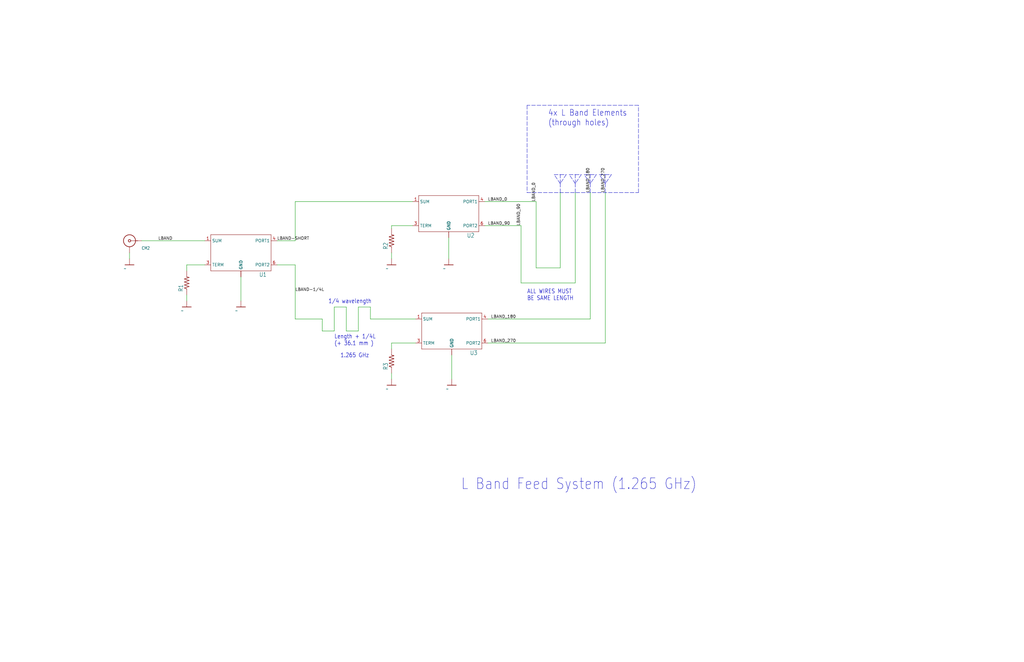
<source format=kicad_sch>
(kicad_sch (version 20211123) (generator eeschema)
  (paper "USLedger")
  (title_block (title "+Z End Card w/ Turnstile") (rev "1.0"))
  (lib_symbols
    (symbol "OreSat-j-molex-smpm-73300-003x:J-MOLEX-SMPM-73300-003X"
      (property "Reference" "CM1" (at -3.81 -5.08 0))
      (property "Value" "J-MOLEX-SMPM-73300-003X" (at -19.05 3.81 0))
      (symbol "J-MOLEX-SMPM-73300-003X_1_0"
        (polyline (pts (xy 0.508 0) (xy 3.556 0)) (stroke (width 0.1524)))
        (circle (center 0 0) (radius 0.508) (stroke (width 0.254)))
        (circle (center 0 0) (radius 2.54) (stroke (width 0.254)))
        (pin passive line (at 0 -5.08 90) (length 2.54) (name "SHIELD3") (number "GND"))
        (pin passive line (at 5.08 0 180) (length 2.54) (name "CENTER") (number "RF"))
      )
    )
    (symbol "plusz-end-card-with-turnstile-eagle-import:GND" (power)
      (property "Value" "GND" (at -2.54 -2.54 0))
      (symbol "GND_1_0"
        (polyline (pts (xy -1.905 0) (xy 1.905 0)) (stroke (width 0.254)))
        (pin power_in line (at 0 2.54 270) (length 2.54) (name "GND") (number "1"))
      )
    )
    (symbol "plusz-end-card-with-turnstile-eagle-import:QCN-XXX+"
      (property "Reference" "U" (at 7.62 -10.16 0))
      (property "Value" "QCN-XXX+" (at 7.62 -12.7 0))
      (symbol "QCN-XXX+_1_0"
        (polyline (pts (xy -12.7 -7.62) (xy 12.7 -7.62)) (stroke (width 0.1524)))
        (polyline (pts (xy -12.7 7.62) (xy -12.7 -7.62)) (stroke (width 0.1524)))
        (polyline (pts (xy 12.7 -7.62) (xy 12.7 7.62)) (stroke (width 0.1524)))
        (polyline (pts (xy 12.7 7.62) (xy -12.7 7.62)) (stroke (width 0.1524)))
        (pin bidirectional line (at -15.24 5.08 0) (length 2.54) (name "SUM") (number "1"))
        (pin power_in line (at 0 -10.16 90) (length 2.54) (name "GND") (number "2"))
        (pin bidirectional line (at -15.24 -5.08 0) (length 2.54) (name "TERM") (number "3"))
        (pin bidirectional line (at 15.24 5.08 180) (length 2.54) (name "PORT1") (number "4"))
        (pin power_in line (at 0 -10.16 90) (length 2.54) (name "GND") (number "5"))
        (pin bidirectional line (at 15.24 -5.08 180) (length 2.54) (name "PORT2") (number "6"))
      )
    )
    (symbol "plusz-end-card-with-turnstile-eagle-import:R-US_0603-C-NOSILK"
      (property "Reference" "R" (at -3.81 1.4986 0))
      (property "Value" "R-US_0603-C-NOSILK" (at -3.81 -3.302 0))
      (symbol "R-US_0603-C-NOSILK_1_0"
        (polyline (pts (xy -2.54 0) (xy -2.159 1.016)) (stroke (width 0.2032)))
        (polyline (pts (xy -2.159 1.016) (xy -1.524 -1.016)) (stroke (width 0.2032)))
        (polyline (pts (xy -1.524 -1.016) (xy -0.889 1.016)) (stroke (width 0.2032)))
        (polyline (pts (xy -0.889 1.016) (xy -0.254 -1.016)) (stroke (width 0.2032)))
        (polyline (pts (xy -0.254 -1.016) (xy 0.381 1.016)) (stroke (width 0.2032)))
        (polyline (pts (xy 0.381 1.016) (xy 1.016 -1.016)) (stroke (width 0.2032)))
        (polyline (pts (xy 1.016 -1.016) (xy 1.651 1.016)) (stroke (width 0.2032)))
        (polyline (pts (xy 1.651 1.016) (xy 2.286 -1.016)) (stroke (width 0.2032)))
        (polyline (pts (xy 2.286 -1.016) (xy 2.54 0)) (stroke (width 0.2032)))
        (pin passive line (at -5.08 0 0) (length 2.54) (name "1") (number "1"))
        (pin passive line (at 5.08 0 180) (length 2.54) (name "2") (number "2"))
      )
    )
  )
  (wire (pts (xy 101.6 116.84) (xy 101.6 127)))
  (wire (pts (xy 116.84 111.76) (xy 124.46 111.76)))
  (wire (pts (xy 54.61 109.22) (xy 54.61 106.68)))
  (wire (pts (xy 146.05 139.7) (xy 146.05 129.54)))
  (wire (pts (xy 219.71 119.38) (xy 242.57 119.38)))
  (polyline (pts (xy 242.57 73.66) (xy 245.11 73.66)))
  (wire (pts (xy 124.46 101.6) (xy 124.46 85.09)))
  (wire (pts (xy 140.97 139.7) (xy 135.89 139.7)))
  (polyline (pts (xy 242.57 77.47) (xy 240.03 73.66)))
  (wire (pts (xy 236.22 113.03) (xy 236.22 81.28)))
  (polyline (pts (xy 242.57 81.28) (xy 242.57 77.47)))
  (polyline (pts (xy 255.27 81.28) (xy 255.27 77.47)))
  (wire (pts (xy 255.27 144.78) (xy 255.27 81.28)))
  (polyline (pts (xy 269.24 44.45) (xy 222.25 44.45)))
  (wire (pts (xy 124.46 134.62) (xy 124.46 111.76)))
  (wire (pts (xy 204.47 85.09) (xy 226.06 85.09)))
  (wire (pts (xy 135.89 139.7) (xy 135.89 134.62)))
  (polyline (pts (xy 248.92 77.47) (xy 248.92 73.66)))
  (polyline (pts (xy 240.03 73.66) (xy 242.57 73.66)))
  (wire (pts (xy 165.1 106.68) (xy 165.1 109.22)))
  (polyline (pts (xy 248.92 77.47) (xy 246.38 73.66)))
  (wire (pts (xy 242.57 119.38) (xy 242.57 81.28)))
  (wire (pts (xy 205.74 134.62) (xy 248.92 134.62)))
  (polyline (pts (xy 222.25 81.28) (xy 269.24 81.28)))
  (wire (pts (xy 78.74 111.76) (xy 78.74 114.3)))
  (polyline (pts (xy 269.24 81.28) (xy 269.24 44.45)))
  (polyline (pts (xy 236.22 77.47) (xy 236.22 73.66)))
  (polyline (pts (xy 252.73 73.66) (xy 255.27 73.66)))
  (polyline (pts (xy 236.22 81.28) (xy 236.22 77.47)))
  (wire (pts (xy 226.06 85.09) (xy 226.06 113.03)))
  (wire (pts (xy 156.21 129.54) (xy 151.13 129.54)))
  (wire (pts (xy 248.92 134.62) (xy 248.92 81.28)))
  (wire (pts (xy 135.89 134.62) (xy 124.46 134.62)))
  (wire (pts (xy 86.36 111.76) (xy 78.74 111.76)))
  (wire (pts (xy 165.1 144.78) (xy 165.1 147.32)))
  (polyline (pts (xy 248.92 81.28) (xy 248.92 77.47)))
  (polyline (pts (xy 255.27 77.47) (xy 255.27 73.66)))
  (wire (pts (xy 190.5 149.86) (xy 190.5 160.02)))
  (wire (pts (xy 219.71 95.25) (xy 219.71 119.38)))
  (wire (pts (xy 156.21 134.62) (xy 156.21 129.54)))
  (polyline (pts (xy 257.81 73.66) (xy 255.27 77.47)))
  (polyline (pts (xy 233.68 73.66) (xy 236.22 73.66)))
  (polyline (pts (xy 222.25 44.45) (xy 222.25 81.28)))
  (polyline (pts (xy 251.46 73.66) (xy 248.92 77.47)))
  (wire (pts (xy 204.47 95.25) (xy 219.71 95.25)))
  (wire (pts (xy 151.13 129.54) (xy 151.13 139.7)))
  (polyline (pts (xy 248.92 73.66) (xy 251.46 73.66)))
  (polyline (pts (xy 236.22 73.66) (xy 238.76 73.66)))
  (wire (pts (xy 140.97 129.54) (xy 140.97 139.7)))
  (polyline (pts (xy 255.27 77.47) (xy 252.73 73.66)))
  (polyline (pts (xy 246.38 73.66) (xy 248.92 73.66)))
  (wire (pts (xy 151.13 139.7) (xy 146.05 139.7)))
  (wire (pts (xy 124.46 85.09) (xy 173.99 85.09)))
  (polyline (pts (xy 236.22 77.47) (xy 233.68 73.66)))
  (polyline (pts (xy 242.57 77.47) (xy 242.57 73.66)))
  (wire (pts (xy 156.21 134.62) (xy 175.26 134.62)))
  (wire (pts (xy 59.69 101.6) (xy 86.36 101.6)))
  (wire (pts (xy 165.1 157.48) (xy 165.1 160.02)))
  (wire (pts (xy 189.23 109.22) (xy 189.23 100.33)))
  (wire (pts (xy 165.1 95.25) (xy 165.1 96.52)))
  (wire (pts (xy 226.06 113.03) (xy 236.22 113.03)))
  (polyline (pts (xy 245.11 73.66) (xy 242.57 77.47)))
  (polyline (pts (xy 238.76 73.66) (xy 236.22 77.47)))
  (wire (pts (xy 78.74 124.46) (xy 78.74 127)))
  (wire (pts (xy 146.05 129.54) (xy 140.97 129.54)))
  (wire (pts (xy 116.84 101.6) (xy 124.46 101.6)))
  (wire (pts (xy 175.26 144.78) (xy 165.1 144.78)))
  (wire (pts (xy 205.74 144.78) (xy 255.27 144.78)))
  (wire (pts (xy 165.1 95.25) (xy 173.99 95.25)))
  (polyline (pts (xy 255.27 73.66) (xy 257.81 73.66)))
  (text "ALL WIRES MUST\nBE SAME LENGTH" (at 222.25 127 180) (effects (font (size 1.778 1.5113)) (justify left bottom)))
  (text "L Band Feed System (1.265 GHz)" (at 194.31 207.01 180) (effects (font (size 4.572 3.8862)) (justify left bottom)))
  (text "4x L Band Elements\n(through holes)" (at 231.14 53.34 180) (effects (font (size 2.54 2.159)) (justify left bottom)))
  (text "1.265 GHz" (at 143.51 151.13 180) (effects (font (size 1.778 1.5113)) (justify left bottom)))
  (text "Length + 1/4L\n(+ 36.1 mm )" (at 140.97 146.05 180) (effects (font (size 1.778 1.5113)) (justify left bottom)))
  (text "1/4 wavelength" (at 138.43 128.27 180) (effects (font (size 1.778 1.5113)) (justify left bottom)))
  (label "LBAND_270" (at 255.27 81.28 90) (effects (font (size 1.2446 1.2446))))
  (label "LBAND_180" (at 207.01 134.62 0) (effects (font (size 1.2446 1.2446))))
  (label "LBAND_180" (at 248.92 81.28 90) (effects (font (size 1.2446 1.2446))))
  (label "LBAND_270" (at 207.01 144.78 0) (effects (font (size 1.2446 1.2446))))
  (label "LBAND-SHORT" (at 116.84 101.6 0) (effects (font (size 1.2446 1.2446))))
  (label "LBAND_90" (at 219.71 95.25 90) (effects (font (size 1.2446 1.2446))))
  (label "LBAND_90" (at 205.74 95.25 0) (effects (font (size 1.2446 1.2446))))
  (label "LBAND-1/4L" (at 124.46 123.19 0) (effects (font (size 1.2446 1.2446))))
  (label "LBAND" (at 66.675 101.6 0) (effects (font (size 1.2446 1.2446))))
  (label "LBAND_0" (at 205.74 85.09 0) (effects (font (size 1.2446 1.2446))))
  (label "LBAND_0" (at 226.06 85.09 90) (effects (font (size 1.2446 1.2446))))
  (symbol (lib_id "plusz-end-card-with-turnstile-eagle-import:R-US_0603-C-NOSILK") (at 78.74 119.38 90) (unit 1)
    (property "Reference" "R1" (at 77.2414 123.19 0) (effects (font (size 1.778 1.5113)) (justify left bottom)))
  )
  (symbol (lib_id "plusz-end-card-with-turnstile-eagle-import:QCN-XXX+") (at 101.6 106.68 0) (unit 1)
    (property "Reference" "U1" (at 109.22 116.84 0) (effects (font (size 1.778 1.5113)) (justify left bottom)))
  )
  (symbol (lib_id "plusz-end-card-with-turnstile-eagle-import:R-US_0603-C-NOSILK") (at 165.1 152.4 90) (unit 1)
    (property "Reference" "R3" (at 163.6014 156.21 0) (effects (font (size 1.778 1.5113)) (justify left bottom)))
  )
  (symbol (lib_id "plusz-end-card-with-turnstile-eagle-import:GND") (at 165.1 111.76 0) (unit 1)
    (property "Reference" "#GND5" (effects hide))
  )
  (symbol (lib_id "plusz-end-card-with-turnstile-eagle-import:GND") (at 165.1 162.56 0) (unit 1)
    (property "Reference" "#GND6" (effects hide))
  )
  (symbol (lib_id "plusz-end-card-with-turnstile-eagle-import:R-US_0603-C-NOSILK") (at 165.1 101.6 90) (unit 1)
    (property "Reference" "R2" (at 163.6014 105.41 0) (effects (font (size 1.778 1.5113)) (justify left bottom)))
  )
  (symbol (lib_id "plusz-end-card-with-turnstile-eagle-import:QCN-XXX+") (at 189.23 90.17 0) (unit 1)
    (property "Reference" "U2" (at 196.85 100.33 0) (effects (font (size 1.778 1.5113)) (justify left bottom)))
  )
  (symbol (lib_id "plusz-end-card-with-turnstile-eagle-import:GND") (at 101.6 129.54 0) (unit 1)
    (property "Reference" "#GND1" (effects hide))
  )
  (symbol (lib_id "plusz-end-card-with-turnstile-eagle-import:GND") (at 190.5 162.56 0) (unit 1)
    (property "Reference" "#GND3" (effects hide))
  )
  (symbol (lib_id "OreSat-j-molex-smpm-73300-003x:J-MOLEX-SMPM-73300-003X") (at 54.61 101.6 0) (unit 1)
    (property "Reference" "CM2" (at 59.69 105.41 0) (effects (font (size 1.27 1.0795)) (justify left bottom)))
  )
  (symbol (lib_id "plusz-end-card-with-turnstile-eagle-import:GND") (at 78.74 129.54 0) (unit 1)
    (property "Reference" "#GND4" (effects hide))
  )
  (symbol (lib_id "plusz-end-card-with-turnstile-eagle-import:GND") (at 189.23 111.76 0) (unit 1)
    (property "Reference" "#GND2" (effects hide))
  )
  (symbol (lib_id "plusz-end-card-with-turnstile-eagle-import:QCN-XXX+") (at 190.5 139.7 0) (unit 1)
    (property "Reference" "U3" (at 198.12 149.86 0) (effects (font (size 1.778 1.5113)) (justify left bottom)))
  )
  (symbol (lib_id "plusz-end-card-with-turnstile-eagle-import:GND") (at 54.61 111.76 0) (unit 1)
    (property "Reference" "#GND14" (effects hide))
  )
)
</source>
